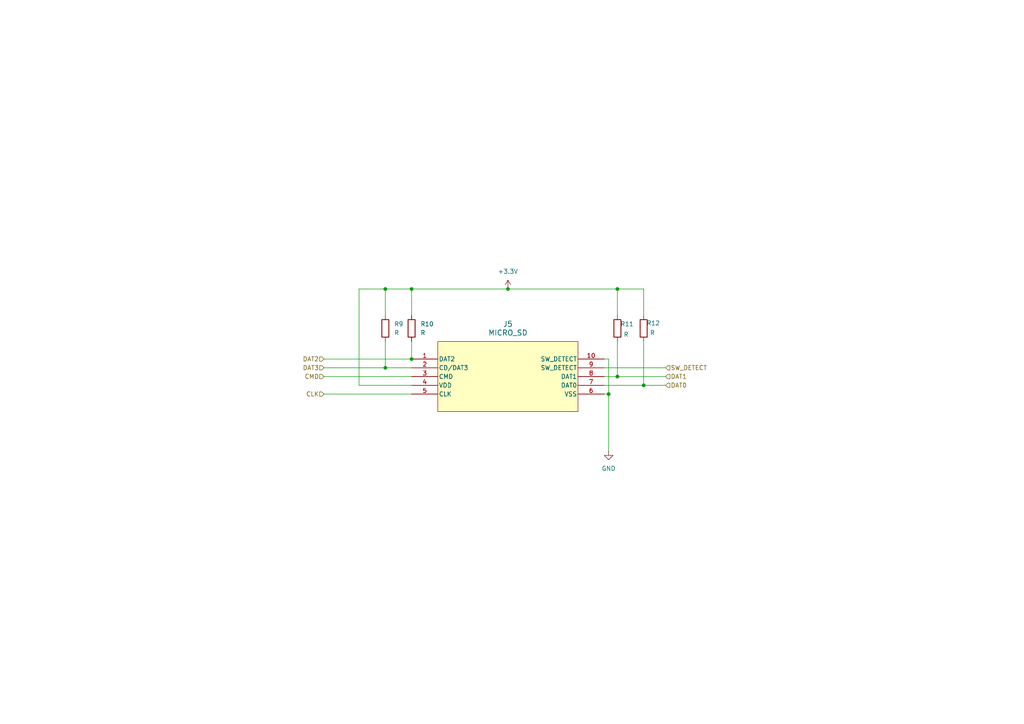
<source format=kicad_sch>
(kicad_sch (version 20250114) (generator "eeschema") (generator_version "9.0")
  (paper "A4")
  (lib_symbols
    (symbol "Device:R" (pin_numbers (hide yes)) (pin_names (offset 0))
      (property "Reference" "R" (at 2.032 0 90))
      (property "Value" "R" (at 0 0 90))
      (symbol "R_0_1"
        (rectangle (start -1.016 -2.54) (end 1.016 2.54) (stroke (width 0.254)))
      )
      (symbol "R_1_1"
        (pin passive line (at 0 3.81 270) (length 1.27) (name "~") (number "1"))
        (pin passive line (at 0 -3.81 90) (length 1.27) (name "~") (number "2"))
      )
    )
    (symbol "power:+3.3V" (power) (pin_numbers (hide yes)) (pin_names (offset 0) (hide yes))
      (property "Value" "+3.3V" (at 0 3.556 0))
      (symbol "+3.3V_0_1"
        (polyline (pts (xy -0.762 1.27) (xy 0 2.54)))
        (polyline (pts (xy 0 2.54) (xy 0.762 1.27)))
        (polyline (pts (xy 0 0) (xy 0 2.54)))
      )
      (symbol "+3.3V_1_1"
        (pin power_in line (at 0 0 90) (length 0) (name "~") (number "1"))
      )
    )
    (symbol "power:GND" (power) (pin_numbers (hide yes)) (pin_names (offset 0) (hide yes))
      (property "Value" "GND" (at 0 -3.81 0))
      (symbol "GND_0_1"
        (polyline (pts (xy 0 0) (xy 0 -1.27) (xy 1.27 -1.27) (xy 0 -2.54) (xy -1.27 -1.27) (xy 0 -1.27)))
      )
      (symbol "GND_1_1"
        (pin power_in line (at 0 0 270) (length 0) (name "~") (number "1"))
      )
    )
    (symbol "sd_card_holder:1040310811" (pin_names (offset 0.254))
      (property "Reference" "J1" (at 27.94 10.16 0))
      (property "Value" "MICRO_SD" (at 27.94 7.62 0))
      (symbol "1040310811_0_1"
        (pin bidirectional line (at 0 0 0) (length 7.62) (name "DAT2") (number "1"))
        (pin bidirectional line (at 0 -2.54 0) (length 7.62) (name "CD/DAT3") (number "2"))
        (pin unspecified line (at 0 -5.08 0) (length 7.62) (name "CMD") (number "3"))
        (pin power_in line (at 0 -7.62 0) (length 7.62) (name "VDD") (number "4"))
        (pin unspecified line (at 0 -10.16 0) (length 7.62) (name "CLK") (number "5"))
        (pin unspecified line (at 55.88 0 180) (length 7.62) (name "SW_DETECT") (number "10"))
        (pin unspecified line (at 55.88 -2.54 180) (length 7.62) (name "SW_DETECT") (number "9"))
        (pin bidirectional line (at 55.88 -5.08 180) (length 7.62) (name "DAT1") (number "8"))
        (pin bidirectional line (at 55.88 -7.62 180) (length 7.62) (name "DAT0") (number "7"))
        (pin power_out line (at 55.88 -10.16 180) (length 7.62) (name "VSS") (number "6"))
      )
      (symbol "1040310811_1_1"
        (rectangle (start 7.62 5.08) (end 48.26 -15.24) (fill (type background)))
      )
    )
  )
  (junction (at 111.76 106.68))
  (junction (at 176.53 114.3))
  (junction (at 119.38 104.14))
  (junction (at 186.69 111.76))
  (junction (at 119.38 83.82))
  (junction (at 179.07 83.82))
  (junction (at 179.07 109.22))
  (junction (at 147.32 83.82))
  (junction (at 111.76 83.82))
  (wire (pts (xy 104.14 83.82) (xy 104.14 111.76)))
  (wire (pts (xy 186.69 99.06) (xy 186.69 111.76)))
  (wire (pts (xy 93.98 109.22) (xy 119.38 109.22)))
  (wire (pts (xy 175.26 111.76) (xy 186.69 111.76)))
  (wire (pts (xy 104.14 111.76) (xy 119.38 111.76)))
  (wire (pts (xy 111.76 99.06) (xy 111.76 106.68)))
  (wire (pts (xy 186.69 111.76) (xy 193.04 111.76)))
  (wire (pts (xy 175.26 106.68) (xy 193.04 106.68)))
  (wire (pts (xy 179.07 83.82) (xy 186.69 83.82)))
  (wire (pts (xy 119.38 99.06) (xy 119.38 104.14)))
  (wire (pts (xy 119.38 83.82) (xy 147.32 83.82)))
  (wire (pts (xy 147.32 83.82) (xy 179.07 83.82)))
  (wire (pts (xy 176.53 104.14) (xy 176.53 114.3)))
  (wire (pts (xy 176.53 114.3) (xy 176.53 130.81)))
  (wire (pts (xy 175.26 109.22) (xy 179.07 109.22)))
  (wire (pts (xy 111.76 106.68) (xy 119.38 106.68)))
  (wire (pts (xy 179.07 109.22) (xy 193.04 109.22)))
  (wire (pts (xy 93.98 114.3) (xy 119.38 114.3)))
  (wire (pts (xy 175.26 114.3) (xy 176.53 114.3)))
  (wire (pts (xy 186.69 83.82) (xy 186.69 91.44)))
  (wire (pts (xy 175.26 104.14) (xy 176.53 104.14)))
  (wire (pts (xy 111.76 83.82) (xy 119.38 83.82)))
  (wire (pts (xy 111.76 83.82) (xy 111.76 91.44)))
  (wire (pts (xy 119.38 83.82) (xy 119.38 91.44)))
  (wire (pts (xy 93.98 106.68) (xy 111.76 106.68)))
  (wire (pts (xy 104.14 83.82) (xy 111.76 83.82)))
  (wire (pts (xy 93.98 104.14) (xy 119.38 104.14)))
  (wire (pts (xy 179.07 109.22) (xy 179.07 99.06)))
  (wire (pts (xy 179.07 83.82) (xy 179.07 91.44)))
  (hierarchical_label "DAT0" (shape input) (at 193.04 111.76 0))
  (hierarchical_label "DAT3" (shape input) (at 93.98 106.68 180))
  (hierarchical_label "CMD" (shape input) (at 93.98 109.22 180))
  (hierarchical_label "CLK" (shape input) (at 93.98 114.3 180))
  (hierarchical_label "SW_DETECT" (shape input) (at 193.04 106.68 0))
  (hierarchical_label "DAT1" (shape input) (at 193.04 109.22 0))
  (hierarchical_label "DAT2" (shape input) (at 93.98 104.14 180))
  (symbol (lib_id "Device:R") (at 179.07 95.25 0) (unit 1)
    (property "Reference" "R11" (at 181.864 93.98 0))
    (property "Value" "R" (at 181.61 97.028 0))
    (property "Description" "Resistor" (effects (hide yes)))
  )
  (symbol (lib_id "Device:R") (at 111.76 95.25 180) (unit 1)
    (property "Reference" "R9" (at 114.3 93.9799 0) (effects (justify right)))
    (property "Value" "R" (at 114.3 96.5199 0) (effects (justify right)))
    (property "Description" "Resistor" (effects (hide yes)))
  )
  (symbol (lib_id "Device:R") (at 186.69 95.25 180) (unit 1)
    (property "Reference" "R12" (at 189.484 93.726 0))
    (property "Value" "R" (at 189.23 96.52 0))
    (property "Description" "Resistor" (effects (hide yes)))
  )
  (symbol (lib_id "power:+3.3V") (at 147.32 83.82 0) (unit 1)
    (property "Reference" "#PWR07" (effects (hide yes)))
    (property "Value" "+3.3V" (at 147.32 78.74 0))
    (property "Description" "Power symbol creates a global label with name \"+3.3V\"" (effects (hide yes)))
  )
  (symbol (lib_id "Device:R") (at 119.38 95.25 180) (unit 1)
    (property "Reference" "R10" (at 121.92 93.9799 0) (effects (justify right)))
    (property "Value" "R" (at 121.92 96.5199 0) (effects (justify right)))
    (property "Description" "Resistor" (effects (hide yes)))
  )
  (symbol (lib_id "power:GND") (at 176.53 130.81 0) (unit 1)
    (property "Reference" "#PWR019" (effects (hide yes)))
    (property "Value" "GND" (at 176.53 135.89 0))
    (property "Description" "Power symbol creates a global label with name \"GND\" , ground" (effects (hide yes)))
  )
  (symbol (lib_id "sd_card_holder:1040310811") (at 119.38 104.14 0) (unit 1)
    (property "Reference" "J5" (at 147.32 93.98 0) (effects (font (size 1.524 1.524))))
    (property "Value" "MICRO_SD" (at 147.32 96.52 0) (effects (font (size 1.524 1.524))))
    (property "Footprint" "footprints:104031-0811_MOL" (effects (hide yes)))
    (property "Datasheet" "1040310811" (effects (hide yes)))
  )
)
</source>
